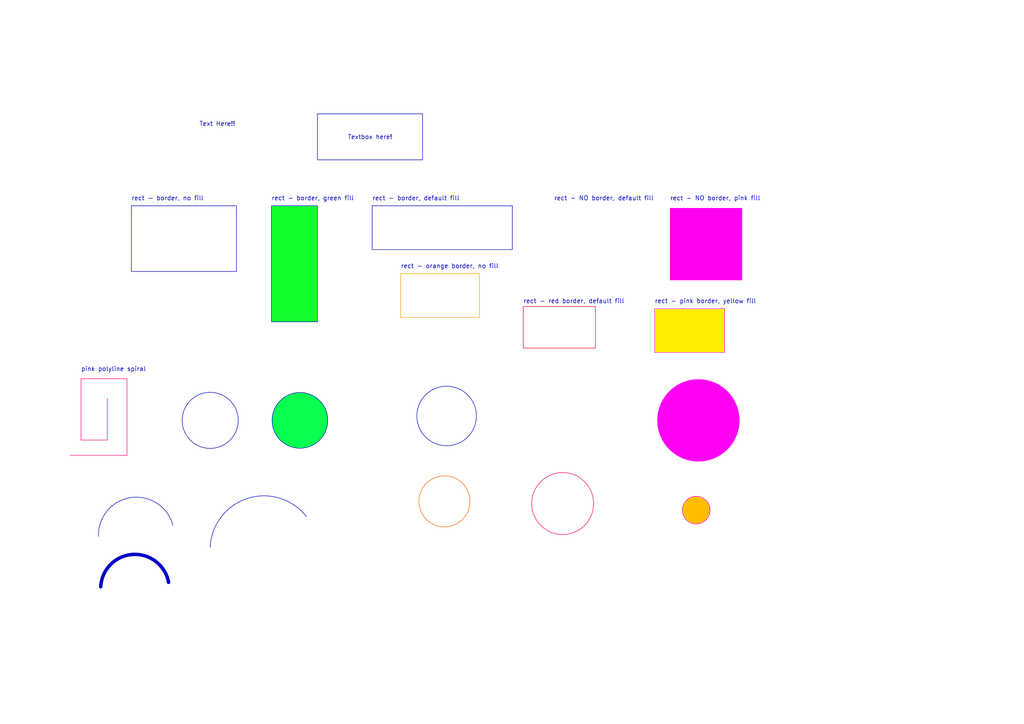
<source format=kicad_sch>
(kicad_sch (version 20230121) (generator eeschema)
  (paper "A4")
  (lib_symbols)
  (polyline (pts (xy 31.115 127.635) (xy 23.495 127.635)) (stroke (width 0) (color 255 5 120 1)))
  (polyline (pts (xy 23.495 109.855) (xy 36.83 109.855)) (stroke (width 0) (color 255 5 120 1)))
  (polyline (pts (xy 23.495 127.635) (xy 23.495 109.855)) (stroke (width 0) (color 255 5 120 1)))
  (polyline (pts (xy 36.83 109.855) (xy 36.83 132.08)) (stroke (width 0) (color 255 5 120 1)))
  (polyline (pts (xy 20.32 132.08) (xy 36.83 132.08)) (stroke (width 0) (color 255 5 120 1)))
  (polyline (pts (xy 31.115 115.57) (xy 31.115 127.635)) (stroke (width 0) (color 255 5 120 1)))
  (circle (center 86.995 121.92) (radius 8.0822) (fill (type color) (color 7 255 80 1)))
  (rectangle (start 160.655 59.69) (end 183.515 81.28) (stroke (width -0.0001)) (fill (type color)))
  (arc (start 60.96 158.75) (mid 71.8258 144.5489) (end 88.9 149.86) (fill (type color)))
  (rectangle (start 38.1 59.69) (end 68.58 78.74))
  (circle (center 60.96 121.92) (radius 8.132))
  (circle (center 201.93 147.955) (radius 4.0161) (stroke (width 0) (color 255 0 207 1)) (fill (type color) (color 255 189 0 1)))
  (circle (center 128.905 145.415) (radius 7.4053) (stroke (width 0) (color 255 92 0 1)))
  (rectangle (start 116.205 79.375) (end 139.065 92.075) (stroke (width 0) (color 255 162 0 1)))
  (rectangle (start 151.765 88.9) (end 172.72 100.965) (stroke (width 0) (color 255 0 24 1)) (fill (type color)))
  (rectangle (start 189.865 89.535) (end 210.185 102.235) (stroke (width 0) (color 255 10 254 1)) (fill (type color) (color 255 238 0 1)))
  (rectangle (start 78.74 59.69) (end 92.075 93.345) (fill (type color) (color 19 255 45 1)))
  (circle (center 129.54 120.65) (radius 8.6369) (fill (type color)))
  (rectangle (start 194.31 60.325) (end 215.265 81.28) (stroke (width -0.0001)) (fill (type color) (color 255 0 241 1)))
  (rectangle (start 107.95 59.69) (end 148.59 72.39) (fill (type color)))
  (circle (center 167.005 120.65) (radius 9.025) (stroke (width -0.0001)) (fill (type color)))
  (circle (center 163.195 146.05) (radius 8.9803) (stroke (width 0) (color 255 0 93 1)) (fill (type color)))
  (circle (center 202.565 121.92) (radius 11.9306) (stroke (width -0.0001)) (fill (type color) (color 255 0 242 1)))
  (arc (start 28.575 155.575) (mid 37.9482 144.3195) (end 50.165 152.4))
  (arc (start 29.21 170.18) (mid 38.4891 160.8113) (end 48.895 168.91) (stroke (width 1)))
  (text_box "Textbox here!" (at 92.075 33.02 0) (size 30.48 13.335) (effects (font (size 1.27 1.27))))
  (text "rect - pink border, yellow fill" (at 189.865 88.265 0) (effects (font (size 1.27 1.27)) (justify left bottom)))
  (text "rect - border, green fill" (at 78.74 58.42 0) (effects (font (size 1.27 1.27)) (justify left bottom)))
  (text "rect - border, no fill" (at 38.1 58.42 0) (effects (font (size 1.27 1.27)) (justify left bottom)))
  (text "Text Here!!" (at 57.785 36.83 0) (effects (font (size 1.27 1.27)) (justify left bottom)))
  (text "rect - border, default fill" (at 107.95 58.42 0) (effects (font (size 1.27 1.27)) (justify left bottom)))
  (text "rect - red border, default fill" (at 151.765 88.265 0) (effects (font (size 1.27 1.27)) (justify left bottom)))
  (text "rect - orange border, no fill" (at 116.205 78.105 0) (effects (font (size 1.27 1.27)) (justify left bottom)))
  (text "rect - NO border, pink fill" (at 194.31 58.42 0) (effects (font (size 1.27 1.27)) (justify left bottom)))
  (text "rect - NO border, default fill" (at 160.655 58.42 0) (effects (font (size 1.27 1.27)) (justify left bottom)))
  (text "pink polyline spiral" (at 23.495 107.95 0) (effects (font (size 1.27 1.27)) (justify left bottom)))
)
</source>
